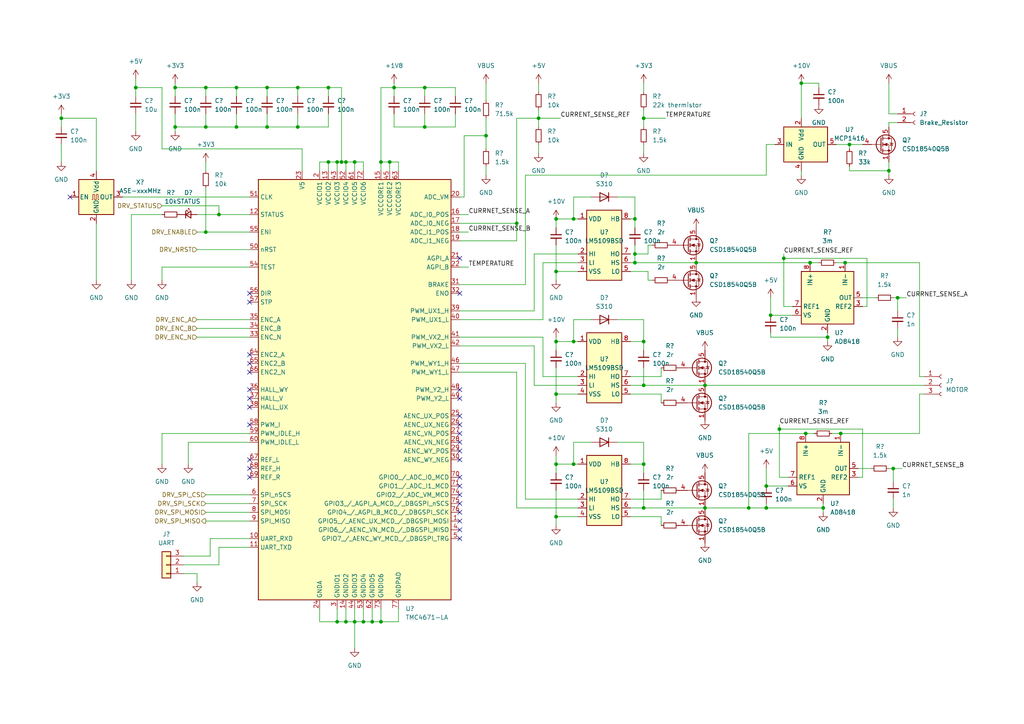
<source format=kicad_sch>
(kicad_sch (version 20211123) (generator eeschema)
  (paper "A4")
  (junction (at 105.41 180.34))
  (junction (at 50.8 36.83))
  (junction (at 217.17 147.32))
  (junction (at 17.78 34.29))
  (junction (at 227.33 74.93))
  (junction (at 77.47 25.4))
  (junction (at 232.41 24.13))
  (junction (at 161.29 134.62))
  (junction (at 240.03 97.79))
  (junction (at 107.95 180.34))
  (junction (at 59.69 25.4))
  (junction (at 149.86 64.77))
  (junction (at 86.36 25.4))
  (junction (at 110.49 46.99))
  (junction (at 186.69 111.76))
  (junction (at 86.36 36.83))
  (junction (at 186.69 99.06))
  (junction (at 260.35 86.36))
  (junction (at 184.15 63.5))
  (junction (at 77.47 36.83))
  (junction (at 63.5 62.23))
  (junction (at 238.76 147.32))
  (junction (at 95.25 25.4))
  (junction (at 102.87 46.99))
  (junction (at 100.33 46.99))
  (junction (at 59.69 67.31))
  (junction (at 204.47 111.76))
  (junction (at 140.97 39.37))
  (junction (at 161.29 78.74))
  (junction (at 243.84 125.73))
  (junction (at 184.15 73.66))
  (junction (at 95.25 46.99))
  (junction (at 226.06 124.46))
  (junction (at 123.19 36.83))
  (junction (at 166.37 99.06))
  (junction (at 257.81 49.53))
  (junction (at 50.8 25.4))
  (junction (at 186.69 34.29))
  (junction (at 204.47 147.32))
  (junction (at 100.33 180.34))
  (junction (at 113.03 46.99))
  (junction (at 166.37 134.62))
  (junction (at 114.3 25.4))
  (junction (at 68.58 36.83))
  (junction (at 102.87 180.34))
  (junction (at 97.79 46.99))
  (junction (at 166.37 63.5))
  (junction (at 99.06 46.99))
  (junction (at 201.93 76.2))
  (junction (at 161.29 63.5))
  (junction (at 222.25 140.97))
  (junction (at 123.19 25.4))
  (junction (at 59.69 36.83))
  (junction (at 223.52 91.44))
  (junction (at 39.37 25.4))
  (junction (at 186.69 147.32))
  (junction (at 222.25 147.32))
  (junction (at 184.15 76.2))
  (junction (at 161.29 149.86))
  (junction (at 97.79 180.34))
  (junction (at 68.58 25.4))
  (junction (at 186.69 134.62))
  (junction (at 259.08 135.89))
  (junction (at 234.95 76.2))
  (junction (at 161.29 114.3))
  (junction (at 110.49 180.34))
  (junction (at 245.11 76.2))
  (junction (at 233.68 125.73))
  (junction (at 246.38 41.91))
  (junction (at 161.29 99.06))
  (junction (at 156.21 34.29))
  (no_connect (at 133.35 113.03))
  (no_connect (at 133.35 115.57))
  (no_connect (at 133.35 120.65))
  (no_connect (at 133.35 123.19))
  (no_connect (at 133.35 125.73))
  (no_connect (at 133.35 128.27))
  (no_connect (at 133.35 130.81))
  (no_connect (at 133.35 133.35))
  (no_connect (at 133.35 138.43))
  (no_connect (at 133.35 140.97))
  (no_connect (at 133.35 143.51))
  (no_connect (at 133.35 146.05))
  (no_connect (at 133.35 153.67))
  (no_connect (at 133.35 148.59))
  (no_connect (at 133.35 156.21))
  (no_connect (at 133.35 151.13))
  (no_connect (at 72.39 105.41))
  (no_connect (at 72.39 138.43))
  (no_connect (at 72.39 123.19))
  (no_connect (at 72.39 107.95))
  (no_connect (at 72.39 118.11))
  (no_connect (at 72.39 115.57))
  (no_connect (at 72.39 113.03))
  (no_connect (at 72.39 102.87))
  (no_connect (at 72.39 133.35))
  (no_connect (at 20.32 57.15))
  (no_connect (at 133.35 74.93))
  (no_connect (at 72.39 135.89))
  (no_connect (at 72.39 87.63))
  (no_connect (at 72.39 85.09))
  (no_connect (at 133.35 85.09))
  (wire (pts (xy 257.81 36.83) (xy 257.81 35.56)))
  (wire (pts (xy 107.95 180.34) (xy 110.49 180.34)))
  (wire (pts (xy 257.81 35.56) (xy 260.35 35.56)))
  (wire (pts (xy 114.3 24.13) (xy 114.3 25.4)))
  (wire (pts (xy 241.3 125.73) (xy 243.84 125.73)))
  (wire (pts (xy 63.5 62.23) (xy 63.5 59.69)))
  (wire (pts (xy 50.8 25.4) (xy 50.8 27.94)))
  (wire (pts (xy 227.33 74.93) (xy 227.33 88.9)))
  (wire (pts (xy 60.96 156.21) (xy 72.39 156.21)))
  (wire (pts (xy 222.25 146.05) (xy 222.25 147.32)))
  (wire (pts (xy 102.87 180.34) (xy 105.41 180.34)))
  (wire (pts (xy 161.29 149.86) (xy 167.64 149.86)))
  (wire (pts (xy 149.86 64.77) (xy 133.35 64.77)))
  (wire (pts (xy 57.15 67.31) (xy 59.69 67.31)))
  (wire (pts (xy 232.41 49.53) (xy 232.41 50.8)))
  (wire (pts (xy 182.88 99.06) (xy 186.69 99.06)))
  (wire (pts (xy 201.93 76.2) (xy 234.95 76.2)))
  (wire (pts (xy 156.21 34.29) (xy 156.21 36.83)))
  (wire (pts (xy 57.15 92.71) (xy 72.39 92.71)))
  (wire (pts (xy 260.35 95.25) (xy 260.35 97.79)))
  (wire (pts (xy 68.58 36.83) (xy 77.47 36.83)))
  (wire (pts (xy 161.29 134.62) (xy 161.29 137.16)))
  (wire (pts (xy 156.21 31.75) (xy 156.21 34.29)))
  (wire (pts (xy 140.97 24.13) (xy 140.97 29.21)))
  (wire (pts (xy 133.35 77.47) (xy 135.89 77.47)))
  (wire (pts (xy 59.69 36.83) (xy 68.58 36.83)))
  (wire (pts (xy 223.52 97.79) (xy 240.03 97.79)))
  (wire (pts (xy 223.52 96.52) (xy 223.52 97.79)))
  (wire (pts (xy 100.33 180.34) (xy 97.79 180.34)))
  (wire (pts (xy 46.99 77.47) (xy 72.39 77.47)))
  (wire (pts (xy 149.86 107.95) (xy 149.86 147.32)))
  (wire (pts (xy 257.81 24.13) (xy 257.81 33.02)))
  (wire (pts (xy 92.71 46.99) (xy 92.71 49.53)))
  (wire (pts (xy 186.69 41.91) (xy 186.69 44.45)))
  (wire (pts (xy 226.06 124.46) (xy 226.06 138.43)))
  (wire (pts (xy 246.38 49.53) (xy 257.81 49.53)))
  (wire (pts (xy 238.76 148.59) (xy 238.76 147.32)))
  (wire (pts (xy 186.69 142.24) (xy 186.69 147.32)))
  (wire (pts (xy 72.39 128.27) (xy 54.61 128.27)))
  (wire (pts (xy 99.06 46.99) (xy 100.33 46.99)))
  (wire (pts (xy 97.79 180.34) (xy 92.71 180.34)))
  (wire (pts (xy 133.35 107.95) (xy 149.86 107.95)))
  (wire (pts (xy 186.69 31.75) (xy 186.69 34.29)))
  (wire (pts (xy 105.41 46.99) (xy 105.41 49.53)))
  (wire (pts (xy 257.81 46.99) (xy 257.81 49.53)))
  (wire (pts (xy 97.79 46.99) (xy 97.79 49.53)))
  (wire (pts (xy 149.86 34.29) (xy 156.21 34.29)))
  (wire (pts (xy 149.86 64.77) (xy 149.86 69.85)))
  (wire (pts (xy 187.96 81.28) (xy 189.23 81.28)))
  (wire (pts (xy 222.25 50.8) (xy 222.25 41.91)))
  (wire (pts (xy 182.88 76.2) (xy 184.15 76.2)))
  (wire (pts (xy 50.8 36.83) (xy 50.8 38.1)))
  (wire (pts (xy 63.5 62.23) (xy 72.39 62.23)))
  (wire (pts (xy 171.45 128.27) (xy 166.37 128.27)))
  (wire (pts (xy 57.15 166.37) (xy 53.34 166.37)))
  (wire (pts (xy 182.88 134.62) (xy 186.69 134.62)))
  (wire (pts (xy 107.95 176.53) (xy 107.95 180.34)))
  (wire (pts (xy 161.29 78.74) (xy 167.64 78.74)))
  (wire (pts (xy 246.38 48.26) (xy 246.38 49.53)))
  (wire (pts (xy 60.96 161.29) (xy 60.96 156.21)))
  (wire (pts (xy 39.37 33.02) (xy 39.37 38.1)))
  (wire (pts (xy 167.64 76.2) (xy 157.48 76.2)))
  (wire (pts (xy 50.8 25.4) (xy 59.69 25.4)))
  (wire (pts (xy 191.77 144.78) (xy 191.77 142.24)))
  (wire (pts (xy 123.19 25.4) (xy 132.08 25.4)))
  (wire (pts (xy 102.87 46.99) (xy 102.87 49.53)))
  (wire (pts (xy 54.61 128.27) (xy 54.61 134.62)))
  (wire (pts (xy 17.78 41.91) (xy 17.78 46.99)))
  (wire (pts (xy 226.06 138.43) (xy 228.6 138.43)))
  (wire (pts (xy 59.69 25.4) (xy 68.58 25.4)))
  (wire (pts (xy 149.86 69.85) (xy 133.35 69.85)))
  (wire (pts (xy 140.97 39.37) (xy 134.62 39.37)))
  (wire (pts (xy 186.69 106.68) (xy 186.69 111.76)))
  (wire (pts (xy 232.41 24.13) (xy 232.41 34.29)))
  (wire (pts (xy 149.86 34.29) (xy 149.86 64.77)))
  (wire (pts (xy 86.36 33.02) (xy 86.36 36.83)))
  (wire (pts (xy 59.69 148.59) (xy 72.39 148.59)))
  (wire (pts (xy 186.69 147.32) (xy 204.47 147.32)))
  (wire (pts (xy 86.36 25.4) (xy 95.25 25.4)))
  (wire (pts (xy 105.41 176.53) (xy 105.41 180.34)))
  (wire (pts (xy 87.63 43.18) (xy 87.63 49.53)))
  (wire (pts (xy 260.35 86.36) (xy 262.89 86.36)))
  (wire (pts (xy 72.39 125.73) (xy 46.99 125.73)))
  (wire (pts (xy 167.64 134.62) (xy 166.37 134.62)))
  (wire (pts (xy 186.69 24.13) (xy 186.69 26.67)))
  (wire (pts (xy 240.03 96.52) (xy 240.03 97.79)))
  (wire (pts (xy 59.69 33.02) (xy 59.69 36.83)))
  (wire (pts (xy 113.03 46.99) (xy 113.03 49.53)))
  (wire (pts (xy 77.47 25.4) (xy 86.36 25.4)))
  (wire (pts (xy 251.46 88.9) (xy 250.19 88.9)))
  (wire (pts (xy 161.29 106.68) (xy 161.29 114.3)))
  (wire (pts (xy 92.71 180.34) (xy 92.71 176.53)))
  (wire (pts (xy 186.69 92.71) (xy 186.69 99.06)))
  (wire (pts (xy 156.21 24.13) (xy 156.21 26.67)))
  (wire (pts (xy 167.64 73.66) (xy 154.94 73.66)))
  (wire (pts (xy 115.57 46.99) (xy 115.57 49.53)))
  (wire (pts (xy 250.19 124.46) (xy 250.19 138.43)))
  (wire (pts (xy 242.57 76.2) (xy 245.11 76.2)))
  (wire (pts (xy 95.25 46.99) (xy 95.25 49.53)))
  (wire (pts (xy 110.49 46.99) (xy 110.49 49.53)))
  (wire (pts (xy 182.88 114.3) (xy 191.77 114.3)))
  (wire (pts (xy 39.37 22.86) (xy 39.37 25.4)))
  (wire (pts (xy 154.94 111.76) (xy 167.64 111.76)))
  (wire (pts (xy 110.49 25.4) (xy 110.49 46.99)))
  (wire (pts (xy 156.21 34.29) (xy 162.56 34.29)))
  (wire (pts (xy 123.19 25.4) (xy 123.19 27.94)))
  (wire (pts (xy 46.99 77.47) (xy 46.99 81.28)))
  (wire (pts (xy 133.35 67.31) (xy 135.89 67.31)))
  (wire (pts (xy 157.48 97.79) (xy 157.48 109.22)))
  (wire (pts (xy 166.37 99.06) (xy 161.29 99.06)))
  (wire (pts (xy 152.4 144.78) (xy 167.64 144.78)))
  (wire (pts (xy 223.52 86.36) (xy 223.52 91.44)))
  (wire (pts (xy 186.69 34.29) (xy 193.04 34.29)))
  (wire (pts (xy 227.33 73.66) (xy 227.33 74.93)))
  (wire (pts (xy 113.03 46.99) (xy 115.57 46.99)))
  (wire (pts (xy 63.5 163.83) (xy 53.34 163.83)))
  (wire (pts (xy 77.47 33.02) (xy 77.47 36.83)))
  (wire (pts (xy 257.81 50.8) (xy 257.81 49.53)))
  (wire (pts (xy 157.48 76.2) (xy 157.48 92.71)))
  (wire (pts (xy 182.88 144.78) (xy 191.77 144.78)))
  (wire (pts (xy 105.41 180.34) (xy 107.95 180.34)))
  (wire (pts (xy 266.7 125.73) (xy 266.7 114.3)))
  (wire (pts (xy 184.15 63.5) (xy 184.15 66.04)))
  (wire (pts (xy 217.17 147.32) (xy 217.17 125.73)))
  (wire (pts (xy 157.48 109.22) (xy 167.64 109.22)))
  (wire (pts (xy 246.38 41.91) (xy 250.19 41.91)))
  (wire (pts (xy 46.99 25.4) (xy 46.99 43.18)))
  (wire (pts (xy 182.88 147.32) (xy 186.69 147.32)))
  (wire (pts (xy 72.39 158.75) (xy 63.5 158.75)))
  (wire (pts (xy 182.88 109.22) (xy 191.77 109.22)))
  (wire (pts (xy 59.69 54.61) (xy 59.69 67.31)))
  (wire (pts (xy 187.96 71.12) (xy 187.96 73.66)))
  (wire (pts (xy 257.81 33.02) (xy 260.35 33.02)))
  (wire (pts (xy 251.46 74.93) (xy 251.46 88.9)))
  (wire (pts (xy 77.47 25.4) (xy 77.47 27.94)))
  (wire (pts (xy 133.35 97.79) (xy 157.48 97.79)))
  (wire (pts (xy 86.36 25.4) (xy 86.36 27.94)))
  (wire (pts (xy 179.07 128.27) (xy 186.69 128.27)))
  (wire (pts (xy 260.35 86.36) (xy 260.35 90.17)))
  (wire (pts (xy 133.35 62.23) (xy 135.89 62.23)))
  (wire (pts (xy 191.77 152.4) (xy 191.77 149.86)))
  (wire (pts (xy 179.07 92.71) (xy 186.69 92.71)))
  (wire (pts (xy 217.17 125.73) (xy 233.68 125.73)))
  (wire (pts (xy 46.99 125.73) (xy 46.99 134.62)))
  (wire (pts (xy 266.7 114.3) (xy 267.97 114.3)))
  (wire (pts (xy 95.25 25.4) (xy 99.06 25.4)))
  (wire (pts (xy 114.3 36.83) (xy 123.19 36.83)))
  (wire (pts (xy 226.06 123.19) (xy 226.06 124.46)))
  (wire (pts (xy 100.33 46.99) (xy 100.33 49.53)))
  (wire (pts (xy 182.88 149.86) (xy 191.77 149.86)))
  (wire (pts (xy 186.69 99.06) (xy 186.69 101.6)))
  (wire (pts (xy 86.36 36.83) (xy 95.25 36.83)))
  (wire (pts (xy 133.35 105.41) (xy 152.4 105.41)))
  (wire (pts (xy 50.8 36.83) (xy 50.8 33.02)))
  (wire (pts (xy 166.37 63.5) (xy 161.29 63.5)))
  (wire (pts (xy 227.33 74.93) (xy 251.46 74.93)))
  (wire (pts (xy 132.08 33.02) (xy 132.08 36.83)))
  (wire (pts (xy 115.57 180.34) (xy 115.57 176.53)))
  (wire (pts (xy 161.29 132.08) (xy 161.29 134.62)))
  (wire (pts (xy 184.15 57.15) (xy 184.15 63.5)))
  (wire (pts (xy 59.69 143.51) (xy 72.39 143.51)))
  (wire (pts (xy 259.08 135.89) (xy 261.62 135.89)))
  (wire (pts (xy 95.25 33.02) (xy 95.25 36.83)))
  (wire (pts (xy 161.29 149.86) (xy 161.29 152.4)))
  (wire (pts (xy 166.37 134.62) (xy 161.29 134.62)))
  (wire (pts (xy 161.29 71.12) (xy 161.29 78.74)))
  (wire (pts (xy 186.69 34.29) (xy 186.69 36.83)))
  (wire (pts (xy 38.1 62.23) (xy 46.99 62.23)))
  (wire (pts (xy 152.4 105.41) (xy 152.4 144.78)))
  (wire (pts (xy 59.69 36.83) (xy 50.8 36.83)))
  (wire (pts (xy 99.06 46.99) (xy 97.79 46.99)))
  (wire (pts (xy 77.47 36.83) (xy 86.36 36.83)))
  (wire (pts (xy 154.94 100.33) (xy 154.94 111.76)))
  (wire (pts (xy 134.62 39.37) (xy 134.62 57.15)))
  (wire (pts (xy 59.69 151.13) (xy 72.39 151.13)))
  (wire (pts (xy 260.35 86.36) (xy 259.08 86.36)))
  (wire (pts (xy 102.87 180.34) (xy 100.33 180.34)))
  (wire (pts (xy 95.25 46.99) (xy 92.71 46.99)))
  (wire (pts (xy 186.69 111.76) (xy 204.47 111.76)))
  (wire (pts (xy 39.37 25.4) (xy 39.37 27.94)))
  (wire (pts (xy 114.3 25.4) (xy 110.49 25.4)))
  (wire (pts (xy 68.58 25.4) (xy 77.47 25.4)))
  (wire (pts (xy 140.97 48.26) (xy 140.97 50.8)))
  (wire (pts (xy 182.88 111.76) (xy 186.69 111.76)))
  (wire (pts (xy 250.19 86.36) (xy 254 86.36)))
  (wire (pts (xy 27.94 34.29) (xy 27.94 49.53)))
  (wire (pts (xy 59.69 67.31) (xy 72.39 67.31)))
  (wire (pts (xy 132.08 25.4) (xy 132.08 27.94)))
  (wire (pts (xy 182.88 78.74) (xy 187.96 78.74)))
  (wire (pts (xy 184.15 73.66) (xy 184.15 76.2)))
  (wire (pts (xy 184.15 71.12) (xy 184.15 73.66)))
  (wire (pts (xy 133.35 100.33) (xy 154.94 100.33)))
  (wire (pts (xy 95.25 25.4) (xy 95.25 27.94)))
  (wire (pts (xy 114.3 25.4) (xy 123.19 25.4)))
  (wire (pts (xy 243.84 125.73) (xy 266.7 125.73)))
  (wire (pts (xy 134.62 57.15) (xy 133.35 57.15)))
  (wire (pts (xy 222.25 41.91) (xy 224.79 41.91)))
  (wire (pts (xy 167.64 99.06) (xy 166.37 99.06)))
  (wire (pts (xy 161.29 78.74) (xy 161.29 81.28)))
  (wire (pts (xy 222.25 135.89) (xy 222.25 140.97)))
  (wire (pts (xy 17.78 33.02) (xy 17.78 34.29)))
  (wire (pts (xy 186.69 134.62) (xy 186.69 137.16)))
  (wire (pts (xy 17.78 34.29) (xy 27.94 34.29)))
  (wire (pts (xy 167.64 63.5) (xy 166.37 63.5)))
  (wire (pts (xy 156.21 41.91) (xy 156.21 44.45)))
  (wire (pts (xy 161.29 99.06) (xy 161.29 101.6)))
  (wire (pts (xy 100.33 46.99) (xy 102.87 46.99)))
  (wire (pts (xy 68.58 33.02) (xy 68.58 36.83)))
  (wire (pts (xy 114.3 25.4) (xy 114.3 27.94)))
  (wire (pts (xy 171.45 57.15) (xy 166.37 57.15)))
  (wire (pts (xy 266.7 76.2) (xy 245.11 76.2)))
  (wire (pts (xy 266.7 109.22) (xy 266.7 76.2)))
  (wire (pts (xy 161.29 142.24) (xy 161.29 149.86)))
  (wire (pts (xy 187.96 81.28) (xy 187.96 78.74)))
  (wire (pts (xy 161.29 114.3) (xy 167.64 114.3)))
  (wire (pts (xy 110.49 180.34) (xy 115.57 180.34)))
  (wire (pts (xy 140.97 39.37) (xy 140.97 43.18)))
  (wire (pts (xy 179.07 57.15) (xy 184.15 57.15)))
  (wire (pts (xy 222.25 50.8) (xy 152.4 50.8)))
  (wire (pts (xy 226.06 124.46) (xy 250.19 124.46)))
  (wire (pts (xy 63.5 158.75) (xy 63.5 163.83)))
  (wire (pts (xy 140.97 34.29) (xy 140.97 39.37)))
  (wire (pts (xy 217.17 147.32) (xy 222.25 147.32)))
  (wire (pts (xy 222.25 147.32) (xy 238.76 147.32)))
  (wire (pts (xy 184.15 76.2) (xy 201.93 76.2)))
  (wire (pts (xy 123.19 36.83) (xy 132.08 36.83)))
  (wire (pts (xy 133.35 82.55) (xy 152.4 82.55)))
  (wire (pts (xy 123.19 33.02) (xy 123.19 36.83)))
  (wire (pts (xy 68.58 25.4) (xy 68.58 27.94)))
  (wire (pts (xy 50.8 24.13) (xy 50.8 25.4)))
  (wire (pts (xy 166.37 57.15) (xy 166.37 63.5)))
  (wire (pts (xy 182.88 63.5) (xy 184.15 63.5)))
  (wire (pts (xy 232.41 24.13) (xy 237.49 24.13)))
  (wire (pts (xy 100.33 180.34) (xy 100.33 176.53)))
  (wire (pts (xy 191.77 116.84) (xy 191.77 114.3)))
  (wire (pts (xy 259.08 144.78) (xy 259.08 147.32)))
  (wire (pts (xy 248.92 135.89) (xy 252.73 135.89)))
  (wire (pts (xy 234.95 76.2) (xy 237.49 76.2)))
  (wire (pts (xy 161.29 97.79) (xy 161.29 99.06)))
  (wire (pts (xy 99.06 25.4) (xy 99.06 46.99)))
  (wire (pts (xy 46.99 43.18) (xy 87.63 43.18)))
  (wire (pts (xy 102.87 180.34) (xy 102.87 187.96)))
  (wire (pts (xy 166.37 128.27) (xy 166.37 134.62)))
  (wire (pts (xy 57.15 62.23) (xy 63.5 62.23)))
  (wire (pts (xy 157.48 92.71) (xy 133.35 92.71)))
  (wire (pts (xy 227.33 88.9) (xy 229.87 88.9)))
  (wire (pts (xy 191.77 109.22) (xy 191.77 106.68)))
  (wire (pts (xy 259.08 135.89) (xy 257.81 135.89)))
  (wire (pts (xy 57.15 168.91) (xy 57.15 166.37)))
  (wire (pts (xy 38.1 62.23) (xy 38.1 81.28)))
  (wire (pts (xy 161.29 63.5) (xy 161.29 66.04)))
  (wire (pts (xy 246.38 43.18) (xy 246.38 41.91)))
  (wire (pts (xy 187.96 73.66) (xy 184.15 73.66)))
  (wire (pts (xy 186.69 128.27) (xy 186.69 134.62)))
  (wire (pts (xy 149.86 147.32) (xy 167.64 147.32)))
  (wire (pts (xy 102.87 46.99) (xy 105.41 46.99)))
  (wire (pts (xy 59.69 25.4) (xy 59.69 27.94)))
  (wire (pts (xy 267.97 109.22) (xy 266.7 109.22)))
  (wire (pts (xy 240.03 99.06) (xy 240.03 97.79)))
  (wire (pts (xy 102.87 176.53) (xy 102.87 180.34)))
  (wire (pts (xy 154.94 90.17) (xy 133.35 90.17)))
  (wire (pts (xy 59.69 46.99) (xy 59.69 49.53)))
  (wire (pts (xy 237.49 24.13) (xy 237.49 25.4)))
  (wire (pts (xy 97.79 180.34) (xy 97.79 176.53)))
  (wire (pts (xy 204.47 111.76) (xy 267.97 111.76)))
  (wire (pts (xy 259.08 135.89) (xy 259.08 139.7)))
  (wire (pts (xy 57.15 72.39) (xy 72.39 72.39)))
  (wire (pts (xy 154.94 73.66) (xy 154.94 90.17)))
  (wire (pts (xy 171.45 92.71) (xy 166.37 92.71)))
  (wire (pts (xy 161.29 114.3) (xy 161.29 116.84)))
  (wire (pts (xy 17.78 34.29) (xy 17.78 36.83)))
  (wire (pts (xy 110.49 176.53) (xy 110.49 180.34)))
  (wire (pts (xy 57.15 95.25) (xy 72.39 95.25)))
  (wire (pts (xy 114.3 33.02) (xy 114.3 36.83)))
  (wire (pts (xy 152.4 50.8) (xy 152.4 82.55)))
  (wire (pts (xy 110.49 46.99) (xy 113.03 46.99)))
  (wire (pts (xy 27.94 64.77) (xy 27.94 81.28)))
  (wire (pts (xy 35.56 57.15) (xy 72.39 57.15)))
  (wire (pts (xy 97.79 46.99) (xy 95.25 46.99)))
  (wire (pts (xy 222.25 140.97) (xy 228.6 140.97)))
  (wire (pts (xy 204.47 147.32) (xy 217.17 147.32)))
  (wire (pts (xy 166.37 92.71) (xy 166.37 99.06)))
  (wire (pts (xy 53.34 161.29) (xy 60.96 161.29)))
  (wire (pts (xy 189.23 71.12) (xy 187.96 71.12)))
  (wire (pts (xy 238.76 146.05) (xy 238.76 147.32)))
  (wire (pts (xy 250.19 138.43) (xy 248.92 138.43)))
  (wire (pts (xy 63.5 59.69) (xy 46.99 59.69)))
  (wire (pts (xy 223.52 91.44) (xy 229.87 91.44)))
  (wire (pts (xy 233.68 125.73) (xy 236.22 125.73)))
  (wire (pts (xy 57.15 97.79) (xy 72.39 97.79)))
  (wire (pts (xy 39.37 25.4) (xy 46.99 25.4)))
  (wire (pts (xy 242.57 41.91) (xy 246.38 41.91)))
  (wire (pts (xy 59.69 146.05) (xy 72.39 146.05)))
  (label "CURRENT_SENSE_REF" (at 226.06 123.19 0))
  (label "CURRENT_SENSE_REF" (at 162.56 34.29 0))
  (label "TEMPERATURE" (at 193.04 34.29 0))
  (label "CURRNET_SENSE_B" (at 261.62 135.89 0))
  (label "CURRNET_SENSE_B" (at 135.89 67.31 0))
  (label "CURRNET_SENSE_A" (at 135.89 62.23 0))
  (label "CURRENT_SENSE_REF" (at 227.33 73.66 0))
  (label "TEMPERATURE" (at 135.89 77.47 0))
  (label "CURRNET_SENSE_A" (at 262.89 86.36 0))
  (hierarchical_label "DRV_ENC_N" (shape input) (at 57.15 97.79 180))
  (hierarchical_label "DRV_SPI_MISO" (shape output) (at 59.69 151.13 180))
  (hierarchical_label "DRV_SPI_MOSI" (shape input) (at 59.69 148.59 180))
  (hierarchical_label "DRV_ENC_A" (shape input) (at 57.15 92.71 180))
  (hierarchical_label "DRV_ENC_B" (shape input) (at 57.15 95.25 180))
  (hierarchical_label "DRV_NRST" (shape input) (at 57.15 72.39 180))
  (hierarchical_label "DRV_SPI_CS" (shape input) (at 59.69 143.51 180))
  (hierarchical_label "DRV_STATUS" (shape input) (at 46.99 59.69 180))
  (hierarchical_label "DRV_SPI_SCK" (shape input) (at 59.69 146.05 180))
  (hierarchical_label "DRV_ENABLE" (shape input) (at 57.15 67.31 180))
  (symbol (lib_id "Device:C_Small") (at 186.69 139.7 0) (unit 1)
    (property "Reference" "C?" (at 189.23 138.4362 0) (effects (justify left)))
    (property "Value" "100n" (at 189.23 140.9762 0) (effects (justify left)))
  )
  (symbol (lib_id "Device:C_Small") (at 223.52 93.98 0) (unit 1)
    (property "Reference" "C?" (at 226.06 92.7162 0) (effects (justify left)))
    (property "Value" "100n" (at 226.06 95.2562 0) (effects (justify left)))
  )
  (symbol (lib_id "Device:R_Small") (at 156.21 39.37 0) (unit 1)
    (property "Reference" "R?" (at 158.75 38.0999 0) (effects (justify left)))
    (property "Value" "10k" (at 158.75 40.6399 0) (effects (justify left)))
  )
  (symbol (lib_id "Transistor_FET:CSD18540Q5B") (at 201.93 142.24 0) (unit 1)
    (property "Reference" "Q?" (at 208.28 140.9699 0) (effects (justify left)))
    (property "Value" "CSD18540Q5B" (at 208.28 143.5099 0) (effects (justify left)))
    (property "Footprint" "Package_TO_SOT_SMD:TDSON-8-1" (effects hide))
    (property "Datasheet" "http://www.ti.com/lit/gpn/csd18540q5b" (effects hide))
  )
  (symbol (lib_id "Device:LED_Small") (at 54.61 62.23 0) (unit 1)
    (property "Reference" "D?" (at 54.6735 55.88 0))
    (property "Value" "STATUS" (at 54.6735 58.42 0))
  )
  (symbol (lib_id "Diode:1N4007") (at 175.26 92.71 180) (unit 1)
    (property "Reference" "D?" (at 175.26 86.36 0))
    (property "Value" "S310" (at 175.26 88.9 0))
    (property "Footprint" "Diode_THT:D_DO-41_SOD81_P10.16mm_Horizontal" (effects hide))
    (property "Datasheet" "http://www.vishay.com/docs/88503/1n4001.pdf" (effects hide))
  )
  (symbol (lib_id "power:GND") (at 39.37 38.1 0) (unit 1)
    (property "Reference" "#PWR0142" (effects hide))
    (property "Value" "GND" (at 39.37 43.18 0))
  )
  (symbol (lib_id "Driver_FET:LM5109BSD") (at 175.26 106.68 0) (unit 1)
    (property "Reference" "U?" (at 175.26 104.14 0))
    (property "Value" "LM5109BSD" (at 175.26 106.68 0))
    (property "Footprint" "Package_SON:WSON-8-1EP_4x4mm_P0.8mm_EP2.6x3mm" (effects hide))
    (property "Datasheet" "http://www.ti.com/lit/ds/symlink/lm5109b.pdf" (effects hide))
  )
  (symbol (lib_id "power:GND") (at 102.87 187.96 0) (unit 1)
    (property "Reference" "#PWR0137" (effects hide))
    (property "Value" "GND" (at 102.87 193.04 0))
  )
  (symbol (lib_id "power:GND") (at 156.21 44.45 0) (unit 1)
    (property "Reference" "#PWR?" (effects hide))
    (property "Value" "GND" (at 156.21 49.53 0))
  )
  (symbol (lib_id "Device:R_Small") (at 140.97 31.75 0) (unit 1)
    (property "Reference" "R?" (at 143.51 30.4799 0) (effects (justify left)))
    (property "Value" "71.5k" (at 143.51 33.0199 0) (effects (justify left)))
  )
  (symbol (lib_id "power:VBUS") (at 257.81 24.13 0) (unit 1)
    (property "Reference" "#PWR?" (effects hide))
    (property "Value" "VBUS" (at 257.81 19.05 0))
  )
  (symbol (lib_id "power:VBUS") (at 201.93 66.04 0) (unit 1)
    (property "Reference" "#PWR?" (effects hide))
    (property "Value" "VBUS" (at 201.93 60.96 0))
  )
  (symbol (lib_id "Driver_FET:MCP1416") (at 232.41 41.91 0) (unit 1)
    (property "Reference" "U?" (at 246.38 37.5793 0))
    (property "Value" "MCP1416" (at 246.38 40.1193 0))
    (property "Footprint" "Package_TO_SOT_SMD:SOT-23-5" (effects hide))
    (property "Datasheet" "http://ww1.microchip.com/downloads/en/DeviceDoc/20002092F.pdf" (effects hide))
  )
  (symbol (lib_id "Device:C_Small") (at 59.69 30.48 0) (unit 1)
    (property "Reference" "C?" (at 62.23 29.2162 0) (effects (justify left)))
    (property "Value" "100n" (at 62.23 31.7562 0) (effects (justify left)))
  )
  (symbol (lib_id "Driver_Motor:TMC4671-LA") (at 102.87 113.03 0) (unit 1)
    (property "Reference" "U?" (at 117.5894 176.53 0) (effects (justify left)))
    (property "Value" "TMC4671-LA" (at 117.5894 179.07 0) (effects (justify left)))
    (property "Footprint" "Package_DFN_QFN:QFN-76-1EP_11.5x6.5mm_P0.4_EP9x5mm" (effects hide))
    (property "Datasheet" "https://www.trinamic.com/fileadmin/assets/Products/ICs_Documents/TMC4671-LA_datasheet_Rev2.07.pdf" (effects hide))
  )
  (symbol (lib_id "power:+3V3") (at 59.69 46.99 0) (unit 1)
    (property "Reference" "#PWR?" (effects hide))
    (property "Value" "+3V3" (at 59.69 41.91 0))
  )
  (symbol (lib_id "Transistor_FET:CSD18540Q5B") (at 199.39 81.28 0) (unit 1)
    (property "Reference" "Q?" (at 205.74 80.0099 0) (effects (justify left)))
    (property "Value" "CSD18540Q5B" (at 205.74 82.5499 0) (effects (justify left)))
    (property "Footprint" "Package_TO_SOT_SMD:TDSON-8-1" (effects hide))
    (property "Datasheet" "http://www.ti.com/lit/gpn/csd18540q5b" (effects hide))
  )
  (symbol (lib_id "power:+5V") (at 223.52 86.36 0) (unit 1)
    (property "Reference" "#PWR?" (effects hide))
    (property "Value" "+5V" (at 223.52 81.28 0))
  )
  (symbol (lib_id "Device:C_Small") (at 77.47 30.48 0) (unit 1)
    (property "Reference" "C?" (at 80.01 29.2162 0) (effects (justify left)))
    (property "Value" "100n" (at 80.01 31.7562 0) (effects (justify left)))
  )
  (symbol (lib_id "power:GND") (at 240.03 99.06 0) (unit 1)
    (property "Reference" "#PWR0132" (effects hide))
    (property "Value" "GND" (at 240.03 104.14 0))
  )
  (symbol (lib_id "Device:R_Small") (at 240.03 76.2 90) (unit 1)
    (property "Reference" "R?" (at 240.03 67.31 90))
    (property "Value" "3m" (at 240.03 69.85 90))
  )
  (symbol (lib_id "Oscillator:ASE-xxxMHz") (at 27.94 57.15 0) (unit 1)
    (property "Reference" "X?" (at 40.64 52.8193 0))
    (property "Value" "ASE-xxxMHz" (at 40.64 55.3593 0))
    (property "Footprint" "Oscillator:Oscillator_SMD_Abracon_ASE-4Pin_3.2x2.5mm" (effects hide))
    (property "Datasheet" "http://www.abracon.com/Oscillators/ASV.pdf" (effects hide))
  )
  (symbol (lib_id "Device:C_Small") (at 132.08 30.48 0) (unit 1)
    (property "Reference" "C?" (at 134.62 29.2162 0) (effects (justify left)))
    (property "Value" "100n" (at 134.62 31.7562 0) (effects (justify left)))
  )
  (symbol (lib_id "Device:C_Small") (at 222.25 143.51 0) (unit 1)
    (property "Reference" "C?" (at 224.79 142.2462 0) (effects (justify left)))
    (property "Value" "100n" (at 224.79 144.7862 0) (effects (justify left)))
  )
  (symbol (lib_id "Device:R_Small") (at 191.77 81.28 90) (unit 1)
    (property "Reference" "R?" (at 191.77 74.93 90))
    (property "Value" "2r" (at 191.77 77.47 90))
  )
  (symbol (lib_id "power:GND") (at 201.93 86.36 0) (unit 1)
    (property "Reference" "#PWR0131" (effects hide))
    (property "Value" "GND" (at 201.93 91.44 0))
  )
  (symbol (lib_id "power:GND") (at 161.29 116.84 0) (unit 1)
    (property "Reference" "#PWR?" (effects hide))
    (property "Value" "GND" (at 161.29 121.92 0))
  )
  (symbol (lib_id "power:VBUS") (at 140.97 24.13 0) (unit 1)
    (property "Reference" "#PWR?" (effects hide))
    (property "Value" "VBUS" (at 140.97 19.05 0))
  )
  (symbol (lib_id "Diode:1N4007") (at 175.26 57.15 180) (unit 1)
    (property "Reference" "D?" (at 175.26 50.8 0))
    (property "Value" "S310" (at 175.26 53.34 0))
    (property "Footprint" "Diode_THT:D_DO-41_SOD81_P10.16mm_Horizontal" (effects hide))
    (property "Datasheet" "http://www.vishay.com/docs/88503/1n4001.pdf" (effects hide))
  )
  (symbol (lib_id "Device:R_Small") (at 191.77 71.12 90) (unit 1)
    (property "Reference" "R?" (at 191.77 64.77 90))
    (property "Value" "2r" (at 191.77 67.31 90))
  )
  (symbol (lib_id "power:+3V3") (at 186.69 24.13 0) (unit 1)
    (property "Reference" "#PWR?" (effects hide))
    (property "Value" "+3V3" (at 186.69 19.05 0))
  )
  (symbol (lib_id "Device:C_Small") (at 123.19 30.48 0) (unit 1)
    (property "Reference" "C?" (at 125.73 29.2162 0) (effects (justify left)))
    (property "Value" "100n" (at 125.73 31.7562 0) (effects (justify left)))
  )
  (symbol (lib_id "Connector_Generic:Conn_01x03") (at 48.26 163.83 180) (unit 1)
    (property "Reference" "J?" (at 48.26 154.94 0))
    (property "Value" "UART" (at 48.26 157.48 0))
  )
  (symbol (lib_id "Driver_FET:LM5109BSD") (at 175.26 142.24 0) (unit 1)
    (property "Reference" "U?" (at 175.26 139.7 0))
    (property "Value" "LM5109BSD" (at 175.26 142.24 0))
    (property "Footprint" "Package_SON:WSON-8-1EP_4x4mm_P0.8mm_EP2.6x3mm" (effects hide))
    (property "Datasheet" "http://www.ti.com/lit/ds/symlink/lm5109b.pdf" (effects hide))
  )
  (symbol (lib_id "Device:R_Small") (at 238.76 125.73 90) (unit 1)
    (property "Reference" "R?" (at 238.76 116.84 90))
    (property "Value" "3m" (at 238.76 119.38 90))
  )
  (symbol (lib_id "Device:R_Small") (at 59.69 52.07 180) (unit 1)
    (property "Reference" "R?" (at 62.23 50.7999 0) (effects (justify right)))
    (property "Value" "10k" (at 62.23 53.3399 0) (effects (justify right)))
  )
  (symbol (lib_id "Device:R_Small") (at 256.54 86.36 90) (unit 1)
    (property "Reference" "R?" (at 256.54 80.01 90))
    (property "Value" "1.5k" (at 256.54 82.55 90))
  )
  (symbol (lib_id "Connector:Conn_01x02_Female") (at 265.43 33.02 0) (unit 1)
    (property "Reference" "J?" (at 266.7 33.0199 0) (effects (justify left)))
    (property "Value" "Brake_Resistor" (at 266.7 35.5599 0) (effects (justify left)))
  )
  (symbol (lib_id "Device:R_Small") (at 194.31 152.4 90) (unit 1)
    (property "Reference" "R?" (at 194.31 146.05 90))
    (property "Value" "2r" (at 194.31 148.59 90))
  )
  (symbol (lib_id "power:GND") (at 27.94 81.28 0) (unit 1)
    (property "Reference" "#PWR0147" (effects hide))
    (property "Value" "GND" (at 27.94 86.36 0))
  )
  (symbol (lib_id "power:+10V") (at 161.29 97.79 0) (unit 1)
    (property "Reference" "#PWR?" (effects hide))
    (property "Value" "+10V" (at 161.29 92.71 0))
  )
  (symbol (lib_id "power:GND") (at 204.47 157.48 0) (unit 1)
    (property "Reference" "#PWR?" (effects hide))
    (property "Value" "GND" (at 204.47 162.56 0))
  )
  (symbol (lib_id "Device:C_Small") (at 95.25 30.48 0) (unit 1)
    (property "Reference" "C?" (at 97.79 29.2162 0) (effects (justify left)))
    (property "Value" "100n" (at 97.79 31.7562 0) (effects (justify left)))
  )
  (symbol (lib_id "Device:R_Small") (at 194.31 116.84 90) (unit 1)
    (property "Reference" "R?" (at 194.31 110.49 90))
    (property "Value" "2r" (at 194.31 113.03 90))
  )
  (symbol (lib_id "power:GND") (at 50.8 38.1 0) (unit 1)
    (property "Reference" "#PWR0138" (effects hide))
    (property "Value" "GND" (at 50.8 43.18 0))
  )
  (symbol (lib_id "power:GND") (at 54.61 134.62 0) (unit 1)
    (property "Reference" "#PWR?" (effects hide))
    (property "Value" "GND" (at 54.61 139.7 0))
  )
  (symbol (lib_id "power:+5V") (at 156.21 24.13 0) (unit 1)
    (property "Reference" "#PWR?" (effects hide))
    (property "Value" "+5V" (at 156.21 19.05 0))
  )
  (symbol (lib_id "Transistor_FET:CSD18540Q5B") (at 201.93 116.84 0) (unit 1)
    (property "Reference" "Q?" (at 208.28 115.5699 0) (effects (justify left)))
    (property "Value" "CSD18540Q5B" (at 208.28 118.1099 0) (effects (justify left)))
    (property "Footprint" "Package_TO_SOT_SMD:TDSON-8-1" (effects hide))
    (property "Datasheet" "http://www.ti.com/lit/gpn/csd18540q5b" (effects hide))
  )
  (symbol (lib_id "Device:C_Small") (at 186.69 104.14 0) (unit 1)
    (property "Reference" "C?" (at 189.23 102.8762 0) (effects (justify left)))
    (property "Value" "100n" (at 189.23 105.4162 0) (effects (justify left)))
  )
  (symbol (lib_id "power:+5V") (at 39.37 22.86 0) (unit 1)
    (property "Reference" "#PWR0140" (effects hide))
    (property "Value" "+5V" (at 39.37 17.78 0))
  )
  (symbol (lib_id "Connector:Conn_01x03_Female") (at 273.05 111.76 0) (unit 1)
    (property "Reference" "J?" (at 274.32 110.4899 0) (effects (justify left)))
    (property "Value" "MOTOR" (at 274.32 113.0299 0) (effects (justify left)))
  )
  (symbol (lib_id "power:GND") (at 257.81 50.8 0) (unit 1)
    (property "Reference" "#PWR?" (effects hide))
    (property "Value" "GND" (at 257.81 55.88 0))
  )
  (symbol (lib_id "Device:C_Small") (at 39.37 30.48 0) (unit 1)
    (property "Reference" "C?" (at 41.91 29.2162 0) (effects (justify left)))
    (property "Value" "10u" (at 41.91 31.7562 0) (effects (justify left)))
  )
  (symbol (lib_id "power:+5V") (at 222.25 135.89 0) (unit 1)
    (property "Reference" "#PWR?" (effects hide))
    (property "Value" "+5V" (at 222.25 130.81 0))
  )
  (symbol (lib_id "Device:C_Small") (at 86.36 30.48 0) (unit 1)
    (property "Reference" "C?" (at 88.9 29.2162 0) (effects (justify left)))
    (property "Value" "100n" (at 88.9 31.7562 0) (effects (justify left)))
  )
  (symbol (lib_id "power:GND") (at 46.99 81.28 0) (unit 1)
    (property "Reference" "#PWR0146" (effects hide))
    (property "Value" "GND" (at 46.99 86.36 0))
  )
  (symbol (lib_id "Device:R_Small") (at 246.38 45.72 0) (unit 1)
    (property "Reference" "R?" (at 248.92 44.4499 0) (effects (justify left)))
    (property "Value" "33k" (at 248.92 46.9899 0) (effects (justify left)))
  )
  (symbol (lib_id "Device:C_Small") (at 17.78 39.37 0) (unit 1)
    (property "Reference" "C?" (at 20.32 38.1062 0) (effects (justify left)))
    (property "Value" "100n" (at 20.32 40.6462 0) (effects (justify left)))
  )
  (symbol (lib_id "power:GND") (at 232.41 50.8 0) (unit 1)
    (property "Reference" "#PWR?" (effects hide))
    (property "Value" "GND" (at 232.41 55.88 0))
  )
  (symbol (lib_id "power:GND") (at 161.29 152.4 0) (unit 1)
    (property "Reference" "#PWR?" (effects hide))
    (property "Value" "GND" (at 161.29 157.48 0))
  )
  (symbol (lib_id "power:GND") (at 140.97 50.8 0) (unit 1)
    (property "Reference" "#PWR?" (effects hide))
    (property "Value" "GND" (at 140.97 55.88 0))
  )
  (symbol (lib_id "Device:C_Small") (at 184.15 68.58 0) (unit 1)
    (property "Reference" "C?" (at 186.69 67.3162 0) (effects (justify left)))
    (property "Value" "100n" (at 186.69 69.8562 0) (effects (justify left)))
  )
  (symbol (lib_id "Device:R_Small") (at 194.31 142.24 90) (unit 1)
    (property "Reference" "R?" (at 194.31 135.89 90))
    (property "Value" "2r" (at 194.31 138.43 90))
  )
  (symbol (lib_id "Diode:1N4007") (at 175.26 128.27 180) (unit 1)
    (property "Reference" "D?" (at 175.26 121.92 0))
    (property "Value" "S310" (at 175.26 124.46 0))
    (property "Footprint" "Diode_THT:D_DO-41_SOD81_P10.16mm_Horizontal" (effects hide))
    (property "Datasheet" "http://www.vishay.com/docs/88503/1n4001.pdf" (effects hide))
  )
  (symbol (lib_id "power:GND") (at 161.29 81.28 0) (unit 1)
    (property "Reference" "#PWR?" (effects hide))
    (property "Value" "GND" (at 161.29 86.36 0))
  )
  (symbol (lib_id "power:+10V") (at 161.29 63.5 0) (unit 1)
    (property "Reference" "#PWR?" (effects hide))
    (property "Value" "+10V" (at 161.29 58.42 0))
  )
  (symbol (lib_id "Device:C_Small") (at 259.08 142.24 0) (unit 1)
    (property "Reference" "C?" (at 261.62 140.9762 0) (effects (justify left)))
    (property "Value" "1n" (at 261.62 143.5162 0) (effects (justify left)))
  )
  (symbol (lib_id "power:VBUS") (at 204.47 101.6 0) (unit 1)
    (property "Reference" "#PWR?" (effects hide))
    (property "Value" "VBUS" (at 204.47 96.52 0))
  )
  (symbol (lib_id "power:GND") (at 186.69 44.45 0) (unit 1)
    (property "Reference" "#PWR?" (effects hide))
    (property "Value" "GND" (at 186.69 49.53 0))
  )
  (symbol (lib_id "power:GND") (at 38.1 81.28 0) (unit 1)
    (property "Reference" "#PWR0145" (effects hide))
    (property "Value" "GND" (at 38.1 86.36 0))
  )
  (symbol (lib_id "Device:R_Small") (at 255.27 135.89 90) (unit 1)
    (property "Reference" "R?" (at 255.27 129.54 90))
    (property "Value" "1.5k" (at 255.27 132.08 90))
  )
  (symbol (lib_id "Device:C_Small") (at 260.35 92.71 0) (unit 1)
    (property "Reference" "C?" (at 262.89 91.4462 0) (effects (justify left)))
    (property "Value" "1n" (at 262.89 93.9862 0) (effects (justify left)))
  )
  (symbol (lib_id "power:GND") (at 204.47 121.92 0) (unit 1)
    (property "Reference" "#PWR?" (effects hide))
    (property "Value" "GND" (at 204.47 127 0))
  )
  (symbol (lib_id "Device:C_Small") (at 161.29 104.14 0) (unit 1)
    (property "Reference" "C?" (at 163.83 102.8762 0) (effects (justify left)))
    (property "Value" "100n" (at 163.83 105.4162 0) (effects (justify left)))
  )
  (symbol (lib_id "power:GND") (at 237.49 30.48 0) (unit 1)
    (property "Reference" "#PWR?" (effects hide))
    (property "Value" "GND" (at 237.49 35.56 0))
  )
  (symbol (lib_id "Device:R_Small") (at 140.97 45.72 0) (unit 1)
    (property "Reference" "R?" (at 143.51 44.4499 0) (effects (justify left)))
    (property "Value" "1.5k" (at 143.51 46.9899 0) (effects (justify left)))
  )
  (symbol (lib_id "Device:C_Small") (at 161.29 68.58 0) (unit 1)
    (property "Reference" "C?" (at 163.83 67.3162 0) (effects (justify left)))
    (property "Value" "100n" (at 163.83 69.8562 0) (effects (justify left)))
  )
  (symbol (lib_id "power:+3V3") (at 50.8 24.13 0) (unit 1)
    (property "Reference" "#PWR0141" (effects hide))
    (property "Value" "+3V3" (at 50.8 19.05 0))
  )
  (symbol (lib_id "Device:R_Small") (at 186.69 29.21 0) (unit 1)
    (property "Reference" "R?" (at 189.23 27.9399 0) (effects (justify left)))
    (property "Value" "22k thermistor" (at 189.23 30.4799 0) (effects (justify left)))
  )
  (symbol (lib_id "Amplifier_Current:AD8418") (at 238.76 135.89 0) (unit 1)
    (property "Reference" "U?" (at 240.7794 146.05 0) (effects (justify left)))
    (property "Value" "AD8418" (at 240.7794 148.59 0) (effects (justify left)))
    (property "Datasheet" "https://www.analog.com/media/en/technical-documentation/data-sheets/AD8418.pdf" (effects hide))
  )
  (symbol (lib_id "power:GND") (at 238.76 148.59 0) (unit 1)
    (property "Reference" "#PWR?" (effects hide))
    (property "Value" "GND" (at 238.76 153.67 0))
  )
  (symbol (lib_id "Device:C_Small") (at 237.49 27.94 0) (unit 1)
    (property "Reference" "C?" (at 240.03 26.6762 0) (effects (justify left)))
    (property "Value" "100n" (at 240.03 29.2162 0) (effects (justify left)))
  )
  (symbol (lib_id "Driver_FET:LM5109BSD") (at 175.26 71.12 0) (unit 1)
    (property "Reference" "U?" (at 175.26 67.31 0))
    (property "Value" "LM5109BSD" (at 175.26 69.85 0))
    (property "Footprint" "Package_SON:WSON-8-1EP_4x4mm_P0.8mm_EP2.6x3mm" (effects hide))
    (property "Datasheet" "http://www.ti.com/lit/ds/symlink/lm5109b.pdf" (effects hide))
  )
  (symbol (lib_id "power:GND") (at 260.35 97.79 0) (unit 1)
    (property "Reference" "#PWR0133" (effects hide))
    (property "Value" "GND" (at 260.35 102.87 0))
  )
  (symbol (lib_id "Device:R_Small") (at 49.53 62.23 90) (unit 1)
    (property "Reference" "R?" (at 49.53 55.88 90))
    (property "Value" "10k" (at 49.53 58.42 90))
  )
  (symbol (lib_id "Device:R_Small") (at 156.21 29.21 0) (unit 1)
    (property "Reference" "R?" (at 158.75 27.9399 0) (effects (justify left)))
    (property "Value" "10k" (at 158.75 30.4799 0) (effects (justify left)))
  )
  (symbol (lib_id "Device:C_Small") (at 114.3 30.48 0) (unit 1)
    (property "Reference" "C?" (at 116.84 29.2162 0) (effects (justify left)))
    (property "Value" "100n" (at 116.84 31.7562 0) (effects (justify left)))
  )
  (symbol (lib_id "Amplifier_Current:AD8418") (at 240.03 86.36 0) (unit 1)
    (property "Reference" "U?" (at 242.0494 96.52 0) (effects (justify left)))
    (property "Value" "AD8418" (at 242.0494 99.06 0) (effects (justify left)))
    (property "Datasheet" "https://www.analog.com/media/en/technical-documentation/data-sheets/AD8418.pdf" (effects hide))
  )
  (symbol (lib_id "power:+10V") (at 232.41 24.13 0) (unit 1)
    (property "Reference" "#PWR?" (effects hide))
    (property "Value" "+10V" (at 232.41 19.05 0))
  )
  (symbol (lib_id "power:GND") (at 57.15 168.91 0) (unit 1)
    (property "Reference" "#PWR?" (effects hide))
    (property "Value" "GND" (at 57.15 173.99 0))
  )
  (symbol (lib_id "Device:C_Small") (at 68.58 30.48 0) (unit 1)
    (property "Reference" "C?" (at 71.12 29.2162 0) (effects (justify left)))
    (property "Value" "100n" (at 71.12 31.7562 0) (effects (justify left)))
  )
  (symbol (lib_id "Device:R_Small") (at 186.69 39.37 0) (unit 1)
    (property "Reference" "R?" (at 189.23 38.0999 0) (effects (justify left)))
    (property "Value" "1.5k" (at 189.23 40.6399 0) (effects (justify left)))
  )
  (symbol (lib_id "Device:C_Small") (at 50.8 30.48 0) (unit 1)
    (property "Reference" "C?" (at 53.34 29.2162 0) (effects (justify left)))
    (property "Value" "100n" (at 53.34 31.7562 0) (effects (justify left)))
  )
  (symbol (lib_id "power:GND") (at 259.08 147.32 0) (unit 1)
    (property "Reference" "#PWR?" (effects hide))
    (property "Value" "GND" (at 259.08 152.4 0))
  )
  (symbol (lib_id "Transistor_FET:CSD18540Q5B") (at 201.93 106.68 0) (unit 1)
    (property "Reference" "Q?" (at 208.28 105.4099 0) (effects (justify left)))
    (property "Value" "CSD18540Q5B" (at 208.28 107.9499 0) (effects (justify left)))
    (property "Footprint" "Package_TO_SOT_SMD:TDSON-8-1" (effects hide))
    (property "Datasheet" "http://www.ti.com/lit/gpn/csd18540q5b" (effects hide))
  )
  (symbol (lib_id "Device:C_Small") (at 161.29 139.7 0) (unit 1)
    (property "Reference" "C?" (at 163.83 138.4362 0) (effects (justify left)))
    (property "Value" "100n" (at 163.83 140.9762 0) (effects (justify left)))
  )
  (symbol (lib_id "Transistor_FET:CSD18540Q5B") (at 201.93 152.4 0) (unit 1)
    (property "Reference" "Q?" (at 208.28 151.1299 0) (effects (justify left)))
    (property "Value" "CSD18540Q5B" (at 208.28 153.6699 0) (effects (justify left)))
    (property "Footprint" "Package_TO_SOT_SMD:TDSON-8-1" (effects hide))
    (property "Datasheet" "http://www.ti.com/lit/gpn/csd18540q5b" (effects hide))
  )
  (symbol (lib_id "power:+10V") (at 161.29 132.08 0) (unit 1)
    (property "Reference" "#PWR?" (effects hide))
    (property "Value" "+10V" (at 161.29 127 0))
  )
  (symbol (lib_id "power:VBUS") (at 204.47 137.16 0) (unit 1)
    (property "Reference" "#PWR?" (effects hide))
    (property "Value" "VBUS" (at 204.47 132.08 0))
  )
  (symbol (lib_id "power:+1V8") (at 114.3 24.13 0) (unit 1)
    (property "Reference" "#PWR0139" (effects hide))
    (property "Value" "+1V8" (at 114.3 19.05 0))
  )
  (symbol (lib_id "power:+3V3") (at 17.78 33.02 0) (unit 1)
    (property "Reference" "#PWR0143" (effects hide))
    (property "Value" "+3V3" (at 17.78 27.94 0))
  )
  (symbol (lib_id "Device:R_Small") (at 194.31 106.68 90) (unit 1)
    (property "Reference" "R?" (at 194.31 100.33 90))
    (property "Value" "2r" (at 194.31 102.87 90))
  )
  (symbol (lib_id "power:GND") (at 17.78 46.99 0) (unit 1)
    (property "Reference" "#PWR0144" (effects hide))
    (property "Value" "GND" (at 17.78 52.07 0))
  )
  (symbol (lib_id "Transistor_FET:CSD18540Q5B") (at 199.39 71.12 0) (unit 1)
    (property "Reference" "Q?" (at 205.74 69.8499 0) (effects (justify left)))
    (property "Value" "CSD18540Q5B" (at 205.74 72.3899 0) (effects (justify left)))
    (property "Footprint" "Package_TO_SOT_SMD:TDSON-8-1" (effects hide))
    (property "Datasheet" "http://www.ti.com/lit/gpn/csd18540q5b" (effects hide))
  )
  (symbol (lib_id "power:GND") (at 46.99 134.62 0) (unit 1)
    (property "Reference" "#PWR?" (effects hide))
    (property "Value" "GND" (at 46.99 139.7 0))
  )
  (symbol (lib_id "Transistor_FET:CSD18540Q5B") (at 255.27 41.91 0) (unit 1)
    (property "Reference" "Q?" (at 261.62 40.6399 0) (effects (justify left)))
    (property "Value" "CSD18540Q5B" (at 261.62 43.1799 0) (effects (justify left)))
    (property "Footprint" "Package_TO_SOT_SMD:TDSON-8-1" (effects hide))
    (property "Datasheet" "http://www.ti.com/lit/gpn/csd18540q5b" (effects hide))
  )
)
</source>
